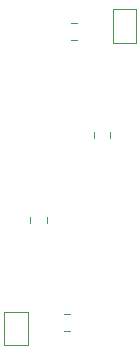
<source format=gbr>
G04 #@! TF.GenerationSoftware,KiCad,Pcbnew,(5.1.4)-1*
G04 #@! TF.CreationDate,2020-11-09T21:30:18-05:00*
G04 #@! TF.ProjectId,icepool-board,69636570-6f6f-46c2-9d62-6f6172642e6b,2020-04*
G04 #@! TF.SameCoordinates,Original*
G04 #@! TF.FileFunction,Legend,Bot*
G04 #@! TF.FilePolarity,Positive*
%FSLAX46Y46*%
G04 Gerber Fmt 4.6, Leading zero omitted, Abs format (unit mm)*
G04 Created by KiCad (PCBNEW (5.1.4)-1) date 2020-11-09 21:30:18*
%MOMM*%
%LPD*%
G04 APERTURE LIST*
%ADD10C,0.120000*%
G04 APERTURE END LIST*
D10*
X55800000Y-84200000D02*
X55800000Y-81400000D01*
X55800000Y-81400000D02*
X53800000Y-81400000D01*
X53800000Y-81400000D02*
X53800000Y-84200000D01*
X53800000Y-84200000D02*
X55800000Y-84200000D01*
X63000000Y-55800000D02*
X63000000Y-58600000D01*
X63000000Y-58600000D02*
X65000000Y-58600000D01*
X65000000Y-58600000D02*
X65000000Y-55800000D01*
X65000000Y-55800000D02*
X63000000Y-55800000D01*
X58841422Y-81590000D02*
X59358578Y-81590000D01*
X58841422Y-83010000D02*
X59358578Y-83010000D01*
X55990000Y-73858578D02*
X55990000Y-73341422D01*
X57410000Y-73858578D02*
X57410000Y-73341422D01*
X59958578Y-58410000D02*
X59441422Y-58410000D01*
X59958578Y-56990000D02*
X59441422Y-56990000D01*
X62810000Y-66141422D02*
X62810000Y-66658578D01*
X61390000Y-66141422D02*
X61390000Y-66658578D01*
M02*

</source>
